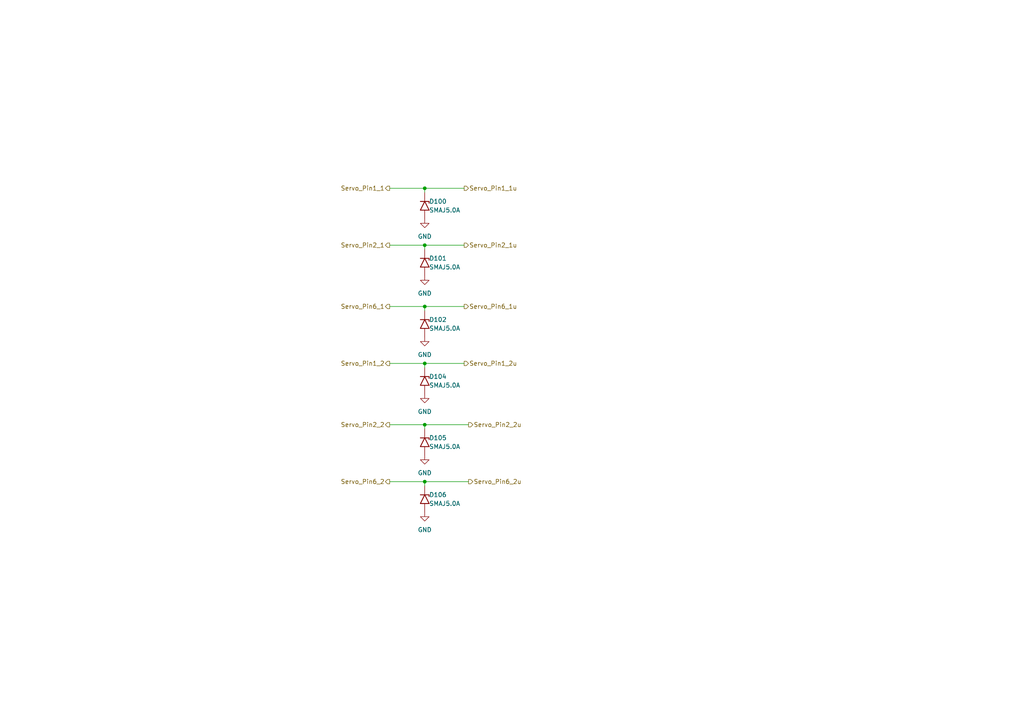
<source format=kicad_sch>
(kicad_sch (version 20231120) (generator "eeschema") (generator_version "8.0")
  (paper "A4")
  (title_block (date "2025-02-11"))
  (lib_symbols
    (symbol "Diode:SMAJ5.0A" (pin_numbers hide) (pin_names (offset 1.016) hide)
      (property "Reference" "D" (at 0 2.54 0))
      (property "Value" "SMAJ5.0A" (at 0 -2.54 0))
      (symbol "SMAJ5.0A_0_1"
        (polyline (pts (xy -0.762 1.27) (xy -1.27 1.27) (xy -1.27 -1.27)) (stroke (width 0.254)))
        (polyline (pts (xy 1.27 1.27) (xy 1.27 -1.27) (xy -1.27 0) (xy 1.27 1.27)) (stroke (width 0.254)))
      )
      (symbol "SMAJ5.0A_1_1"
        (pin passive line (at -3.81 0 0) (length 2.54) (name "A1") (number "1"))
        (pin passive line (at 3.81 0 180) (length 2.54) (name "A2") (number "2"))
      )
    )
    (symbol "power:GND" (power) (pin_numbers hide) (pin_names (offset 0) hide)
      (property "Value" "GND" (at 0 -3.81 0))
      (symbol "GND_0_1"
        (polyline (pts (xy 0 0) (xy 0 -1.27) (xy 1.27 -1.27) (xy 0 -2.54) (xy -1.27 -1.27) (xy 0 -1.27)))
      )
      (symbol "GND_1_1"
        (pin power_in line (at 0 0 270) (length 0) (name "~") (number "1"))
      )
    )
  )
  (junction (at 123.19 54.61))
  (junction (at 123.19 123.19))
  (junction (at 123.19 139.7))
  (junction (at 123.19 88.9))
  (junction (at 123.19 105.41))
  (junction (at 123.19 71.12))
  (wire (pts (xy 113.03 71.12) (xy 123.19 71.12)))
  (wire (pts (xy 123.19 88.9) (xy 134.62 88.9)))
  (wire (pts (xy 113.03 88.9) (xy 123.19 88.9)))
  (wire (pts (xy 113.03 139.7) (xy 123.19 139.7)))
  (wire (pts (xy 113.03 123.19) (xy 123.19 123.19)))
  (wire (pts (xy 123.19 54.61) (xy 134.62 54.61)))
  (wire (pts (xy 123.19 71.12) (xy 134.62 71.12)))
  (wire (pts (xy 123.19 54.61) (xy 123.19 55.88)))
  (wire (pts (xy 113.03 54.61) (xy 123.19 54.61)))
  (wire (pts (xy 123.19 105.41) (xy 123.19 106.68)))
  (wire (pts (xy 123.19 88.9) (xy 123.19 90.17)))
  (wire (pts (xy 123.19 139.7) (xy 123.19 140.97)))
  (wire (pts (xy 123.19 123.19) (xy 135.89 123.19)))
  (wire (pts (xy 123.19 139.7) (xy 135.89 139.7)))
  (wire (pts (xy 123.19 105.41) (xy 134.62 105.41)))
  (wire (pts (xy 123.19 72.39) (xy 123.19 71.12)))
  (wire (pts (xy 123.19 123.19) (xy 123.19 124.46)))
  (wire (pts (xy 113.03 105.41) (xy 123.19 105.41)))
  (hierarchical_label "Servo_Pin6_1" (shape output) (at 113.03 88.9 180))
  (hierarchical_label "Servo_Pin2_2u" (shape output) (at 135.89 123.19 0))
  (hierarchical_label "Servo_Pin6_2" (shape output) (at 113.03 139.7 180))
  (hierarchical_label "Servo_Pin2_2" (shape output) (at 113.03 123.19 180))
  (hierarchical_label "Servo_Pin1_2u" (shape output) (at 134.62 105.41 0))
  (hierarchical_label "Servo_Pin6_1u" (shape output) (at 134.62 88.9 0))
  (hierarchical_label "Servo_Pin1_1" (shape output) (at 113.03 54.61 180))
  (hierarchical_label "Servo_Pin1_1u" (shape output) (at 134.62 54.61 0))
  (hierarchical_label "Servo_Pin6_2u" (shape output) (at 135.89 139.7 0))
  (hierarchical_label "Servo_Pin1_2" (shape output) (at 113.03 105.41 180))
  (hierarchical_label "Servo_Pin2_1u" (shape output) (at 134.62 71.12 0))
  (hierarchical_label "Servo_Pin2_1" (shape output) (at 113.03 71.12 180))
  (symbol (lib_id "Diode:SMAJ5.0A") (at 123.19 76.2 270) (unit 1)
    (property "Reference" "D101" (at 124.46 74.93 90) (effects (justify left)))
    (property "Value" "SMAJ5.0A" (at 124.46 77.47 90) (effects (justify left)))
    (property "Footprint" "Diode_SMD:D_SMA" (effects (hide yes)))
    (property "Datasheet" "https://www.littelfuse.com/media?resourcetype=datasheets&itemid=75e32973-b177-4ee3-a0ff-cedaf1abdb93&filename=smaj-datasheet" (effects (hide yes)))
    (property "Description" "400W unidirectional Transient Voltage Suppressor, 5.0Vr, SMA(DO-214AC)" (effects (hide yes)))
    (property "DIGIKEY LINK" "https://www.digikey.com/en/products/detail/littelfuse-inc/SMAJ5-0A/762250" (effects (hide yes)))
  )
  (symbol (lib_id "Diode:SMAJ5.0A") (at 123.19 144.78 270) (unit 1)
    (property "Reference" "D106" (at 124.46 143.51 90) (effects (justify left)))
    (property "Value" "SMAJ5.0A" (at 124.46 146.05 90) (effects (justify left)))
    (property "Footprint" "Diode_SMD:D_SMA" (effects (hide yes)))
    (property "Datasheet" "https://www.littelfuse.com/media?resourcetype=datasheets&itemid=75e32973-b177-4ee3-a0ff-cedaf1abdb93&filename=smaj-datasheet" (effects (hide yes)))
    (property "Description" "400W unidirectional Transient Voltage Suppressor, 5.0Vr, SMA(DO-214AC)" (effects (hide yes)))
    (property "DIGIKEY LINK" "https://www.digikey.com/en/products/detail/littelfuse-inc/SMAJ5-0A/762250" (effects (hide yes)))
  )
  (symbol (lib_id "power:GND") (at 123.19 63.5 0) (unit 1)
    (property "Reference" "#PWR0119" (effects (hide yes)))
    (property "Value" "GND" (at 123.19 68.58 0))
    (property "Description" "Power symbol creates a global label with name \"GND\" , ground" (effects (hide yes)))
  )
  (symbol (lib_id "power:GND") (at 123.19 80.01 0) (unit 1)
    (property "Reference" "#PWR0120" (effects (hide yes)))
    (property "Value" "GND" (at 123.19 85.09 0))
    (property "Description" "Power symbol creates a global label with name \"GND\" , ground" (effects (hide yes)))
  )
  (symbol (lib_id "power:GND") (at 123.19 148.59 0) (unit 1)
    (property "Reference" "#PWR0127" (effects (hide yes)))
    (property "Value" "GND" (at 123.19 153.67 0))
    (property "Description" "Power symbol creates a global label with name \"GND\" , ground" (effects (hide yes)))
  )
  (symbol (lib_id "power:GND") (at 123.19 132.08 0) (unit 1)
    (property "Reference" "#PWR0126" (effects (hide yes)))
    (property "Value" "GND" (at 123.19 137.16 0))
    (property "Description" "Power symbol creates a global label with name \"GND\" , ground" (effects (hide yes)))
  )
  (symbol (lib_id "power:GND") (at 123.19 114.3 0) (unit 1)
    (property "Reference" "#PWR0125" (effects (hide yes)))
    (property "Value" "GND" (at 123.19 119.38 0))
    (property "Description" "Power symbol creates a global label with name \"GND\" , ground" (effects (hide yes)))
  )
  (symbol (lib_id "power:GND") (at 123.19 97.79 0) (unit 1)
    (property "Reference" "#PWR0121" (effects (hide yes)))
    (property "Value" "GND" (at 123.19 102.87 0))
    (property "Description" "Power symbol creates a global label with name \"GND\" , ground" (effects (hide yes)))
  )
  (symbol (lib_id "Diode:SMAJ5.0A") (at 123.19 93.98 270) (unit 1)
    (property "Reference" "D102" (at 124.46 92.71 90) (effects (justify left)))
    (property "Value" "SMAJ5.0A" (at 124.46 95.25 90) (effects (justify left)))
    (property "Footprint" "Diode_SMD:D_SMA" (effects (hide yes)))
    (property "Datasheet" "https://www.littelfuse.com/media?resourcetype=datasheets&itemid=75e32973-b177-4ee3-a0ff-cedaf1abdb93&filename=smaj-datasheet" (effects (hide yes)))
    (property "Description" "400W unidirectional Transient Voltage Suppressor, 5.0Vr, SMA(DO-214AC)" (effects (hide yes)))
    (property "DIGIKEY LINK" "https://www.digikey.com/en/products/detail/littelfuse-inc/SMAJ5-0A/762250" (effects (hide yes)))
  )
  (symbol (lib_id "Diode:SMAJ5.0A") (at 123.19 59.69 270) (unit 1)
    (property "Reference" "D100" (at 124.46 58.42 90) (effects (justify left)))
    (property "Value" "SMAJ5.0A" (at 124.46 60.96 90) (effects (justify left)))
    (property "Footprint" "Diode_SMD:D_SMA" (effects (hide yes)))
    (property "Datasheet" "https://www.littelfuse.com/media?resourcetype=datasheets&itemid=75e32973-b177-4ee3-a0ff-cedaf1abdb93&filename=smaj-datasheet" (effects (hide yes)))
    (property "Description" "400W unidirectional Transient Voltage Suppressor, 5.0Vr, SMA(DO-214AC)" (effects (hide yes)))
    (property "DIGIKEY LINK" "https://www.digikey.com/en/products/detail/littelfuse-inc/SMAJ5-0A/762250" (effects (hide yes)))
  )
  (symbol (lib_id "Diode:SMAJ5.0A") (at 123.19 128.27 270) (unit 1)
    (property "Reference" "D105" (at 124.46 127 90) (effects (justify left)))
    (property "Value" "SMAJ5.0A" (at 124.46 129.54 90) (effects (justify left)))
    (property "Footprint" "Diode_SMD:D_SMA" (effects (hide yes)))
    (property "Datasheet" "https://www.littelfuse.com/media?resourcetype=datasheets&itemid=75e32973-b177-4ee3-a0ff-cedaf1abdb93&filename=smaj-datasheet" (effects (hide yes)))
    (property "Description" "400W unidirectional Transient Voltage Suppressor, 5.0Vr, SMA(DO-214AC)" (effects (hide yes)))
    (property "DIGIKEY LINK" "https://www.digikey.com/en/products/detail/littelfuse-inc/SMAJ5-0A/762250" (effects (hide yes)))
  )
  (symbol (lib_id "Diode:SMAJ5.0A") (at 123.19 110.49 270) (unit 1)
    (property "Reference" "D104" (at 124.46 109.22 90) (effects (justify left)))
    (property "Value" "SMAJ5.0A" (at 124.46 111.76 90) (effects (justify left)))
    (property "Footprint" "Diode_SMD:D_SMA" (effects (hide yes)))
    (property "Datasheet" "https://www.littelfuse.com/media?resourcetype=datasheets&itemid=75e32973-b177-4ee3-a0ff-cedaf1abdb93&filename=smaj-datasheet" (effects (hide yes)))
    (property "Description" "400W unidirectional Transient Voltage Suppressor, 5.0Vr, SMA(DO-214AC)" (effects (hide yes)))
    (property "DIGIKEY LINK" "https://www.digikey.com/en/products/detail/littelfuse-inc/SMAJ5-0A/762250" (effects (hide yes)))
  )
)
</source>
